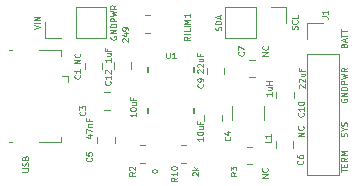
<source format=gbr>
%TF.GenerationSoftware,KiCad,Pcbnew,(6.0.11)*%
%TF.CreationDate,2023-10-05T10:27:59-03:00*%
%TF.ProjectId,gerenciador_de_bateria_2.0,67657265-6e63-4696-9164-6f725f64655f,rev?*%
%TF.SameCoordinates,Original*%
%TF.FileFunction,Legend,Top*%
%TF.FilePolarity,Positive*%
%FSLAX46Y46*%
G04 Gerber Fmt 4.6, Leading zero omitted, Abs format (unit mm)*
G04 Created by KiCad (PCBNEW (6.0.11)) date 2023-10-05 10:27:59*
%MOMM*%
%LPD*%
G01*
G04 APERTURE LIST*
%ADD10C,0.100000*%
%ADD11C,0.152400*%
%ADD12C,0.120000*%
G04 APERTURE END LIST*
D10*
%TO.C,U1*%
X119219047Y-119426190D02*
X119219047Y-119830952D01*
X119242857Y-119878571D01*
X119266666Y-119902380D01*
X119314285Y-119926190D01*
X119409523Y-119926190D01*
X119457142Y-119902380D01*
X119480952Y-119878571D01*
X119504761Y-119830952D01*
X119504761Y-119426190D01*
X120004761Y-119926190D02*
X119719047Y-119926190D01*
X119861904Y-119926190D02*
X119861904Y-119426190D01*
X119814285Y-119497619D01*
X119766666Y-119545238D01*
X119719047Y-119569047D01*
%TO.C,C5*%
X112888571Y-128333333D02*
X112912380Y-128357142D01*
X112936190Y-128428571D01*
X112936190Y-128476190D01*
X112912380Y-128547619D01*
X112864761Y-128595238D01*
X112817142Y-128619047D01*
X112721904Y-128642857D01*
X112650476Y-128642857D01*
X112555238Y-128619047D01*
X112507619Y-128595238D01*
X112460000Y-128547619D01*
X112436190Y-128476190D01*
X112436190Y-128428571D01*
X112460000Y-128357142D01*
X112483809Y-128333333D01*
X112436190Y-127880952D02*
X112436190Y-128119047D01*
X112674285Y-128142857D01*
X112650476Y-128119047D01*
X112626666Y-128071428D01*
X112626666Y-127952380D01*
X112650476Y-127904761D01*
X112674285Y-127880952D01*
X112721904Y-127857142D01*
X112840952Y-127857142D01*
X112888571Y-127880952D01*
X112912380Y-127904761D01*
X112936190Y-127952380D01*
X112936190Y-128071428D01*
X112912380Y-128119047D01*
X112888571Y-128142857D01*
X112602857Y-126423333D02*
X112936190Y-126423333D01*
X112412380Y-126542380D02*
X112769523Y-126661428D01*
X112769523Y-126351904D01*
X112436190Y-126209047D02*
X112436190Y-125875714D01*
X112936190Y-126090000D01*
X112602857Y-125685238D02*
X112936190Y-125685238D01*
X112650476Y-125685238D02*
X112626666Y-125661428D01*
X112602857Y-125613809D01*
X112602857Y-125542380D01*
X112626666Y-125494761D01*
X112674285Y-125470952D01*
X112936190Y-125470952D01*
X112674285Y-125066190D02*
X112674285Y-125232857D01*
X112936190Y-125232857D02*
X112436190Y-125232857D01*
X112436190Y-124994761D01*
%TO.C,R2*%
X116576190Y-129553333D02*
X116338095Y-129720000D01*
X116576190Y-129839047D02*
X116076190Y-129839047D01*
X116076190Y-129648571D01*
X116100000Y-129600952D01*
X116123809Y-129577142D01*
X116171428Y-129553333D01*
X116242857Y-129553333D01*
X116290476Y-129577142D01*
X116314285Y-129600952D01*
X116338095Y-129648571D01*
X116338095Y-129839047D01*
X116123809Y-129362857D02*
X116100000Y-129339047D01*
X116076190Y-129291428D01*
X116076190Y-129172380D01*
X116100000Y-129124761D01*
X116123809Y-129100952D01*
X116171428Y-129077142D01*
X116219047Y-129077142D01*
X116290476Y-129100952D01*
X116576190Y-129386666D01*
X116576190Y-129077142D01*
X118473809Y-129426190D02*
X118473809Y-129473809D01*
X118450000Y-129521428D01*
X118426190Y-129545238D01*
X118378571Y-129569047D01*
X118283333Y-129592857D01*
X118164285Y-129592857D01*
X118069047Y-129569047D01*
X118021428Y-129545238D01*
X117997619Y-129521428D01*
X117973809Y-129473809D01*
X117973809Y-129426190D01*
X117997619Y-129378571D01*
X118021428Y-129354761D01*
X118069047Y-129330952D01*
X118164285Y-129307142D01*
X118283333Y-129307142D01*
X118378571Y-129330952D01*
X118426190Y-129354761D01*
X118450000Y-129378571D01*
X118473809Y-129426190D01*
%TO.C,J1*%
X132378590Y-116366666D02*
X132735733Y-116366666D01*
X132807161Y-116390476D01*
X132854780Y-116438095D01*
X132878590Y-116509523D01*
X132878590Y-116557142D01*
X132878590Y-115866666D02*
X132878590Y-116152380D01*
X132878590Y-116009523D02*
X132378590Y-116009523D01*
X132450019Y-116057142D01*
X132497638Y-116104761D01*
X132521447Y-116152380D01*
X134492380Y-126525238D02*
X134516190Y-126453809D01*
X134516190Y-126334761D01*
X134492380Y-126287142D01*
X134468571Y-126263333D01*
X134420952Y-126239523D01*
X134373333Y-126239523D01*
X134325714Y-126263333D01*
X134301904Y-126287142D01*
X134278095Y-126334761D01*
X134254285Y-126430000D01*
X134230476Y-126477619D01*
X134206666Y-126501428D01*
X134159047Y-126525238D01*
X134111428Y-126525238D01*
X134063809Y-126501428D01*
X134040000Y-126477619D01*
X134016190Y-126430000D01*
X134016190Y-126310952D01*
X134040000Y-126239523D01*
X134278095Y-125930000D02*
X134516190Y-125930000D01*
X134016190Y-126096666D02*
X134278095Y-125930000D01*
X134016190Y-125763333D01*
X134492380Y-125620476D02*
X134516190Y-125549047D01*
X134516190Y-125430000D01*
X134492380Y-125382380D01*
X134468571Y-125358571D01*
X134420952Y-125334761D01*
X134373333Y-125334761D01*
X134325714Y-125358571D01*
X134301904Y-125382380D01*
X134278095Y-125430000D01*
X134254285Y-125525238D01*
X134230476Y-125572857D01*
X134206666Y-125596666D01*
X134159047Y-125620476D01*
X134111428Y-125620476D01*
X134063809Y-125596666D01*
X134040000Y-125572857D01*
X134016190Y-125525238D01*
X134016190Y-125406190D01*
X134040000Y-125334761D01*
X134040000Y-123346666D02*
X134016190Y-123394285D01*
X134016190Y-123465714D01*
X134040000Y-123537142D01*
X134087619Y-123584761D01*
X134135238Y-123608571D01*
X134230476Y-123632380D01*
X134301904Y-123632380D01*
X134397142Y-123608571D01*
X134444761Y-123584761D01*
X134492380Y-123537142D01*
X134516190Y-123465714D01*
X134516190Y-123418095D01*
X134492380Y-123346666D01*
X134468571Y-123322857D01*
X134301904Y-123322857D01*
X134301904Y-123418095D01*
X134516190Y-123108571D02*
X134016190Y-123108571D01*
X134516190Y-122822857D01*
X134016190Y-122822857D01*
X134516190Y-122584761D02*
X134016190Y-122584761D01*
X134016190Y-122465714D01*
X134040000Y-122394285D01*
X134087619Y-122346666D01*
X134135238Y-122322857D01*
X134230476Y-122299047D01*
X134301904Y-122299047D01*
X134397142Y-122322857D01*
X134444761Y-122346666D01*
X134492380Y-122394285D01*
X134516190Y-122465714D01*
X134516190Y-122584761D01*
X134516190Y-122084761D02*
X134016190Y-122084761D01*
X134016190Y-121894285D01*
X134040000Y-121846666D01*
X134063809Y-121822857D01*
X134111428Y-121799047D01*
X134182857Y-121799047D01*
X134230476Y-121822857D01*
X134254285Y-121846666D01*
X134278095Y-121894285D01*
X134278095Y-122084761D01*
X134016190Y-121632380D02*
X134516190Y-121513333D01*
X134159047Y-121418095D01*
X134516190Y-121322857D01*
X134016190Y-121203809D01*
X134516190Y-120727619D02*
X134278095Y-120894285D01*
X134516190Y-121013333D02*
X134016190Y-121013333D01*
X134016190Y-120822857D01*
X134040000Y-120775238D01*
X134063809Y-120751428D01*
X134111428Y-120727619D01*
X134182857Y-120727619D01*
X134230476Y-120751428D01*
X134254285Y-120775238D01*
X134278095Y-120822857D01*
X134278095Y-121013333D01*
X134254285Y-118819523D02*
X134278095Y-118748095D01*
X134301904Y-118724285D01*
X134349523Y-118700476D01*
X134420952Y-118700476D01*
X134468571Y-118724285D01*
X134492380Y-118748095D01*
X134516190Y-118795714D01*
X134516190Y-118986190D01*
X134016190Y-118986190D01*
X134016190Y-118819523D01*
X134040000Y-118771904D01*
X134063809Y-118748095D01*
X134111428Y-118724285D01*
X134159047Y-118724285D01*
X134206666Y-118748095D01*
X134230476Y-118771904D01*
X134254285Y-118819523D01*
X134254285Y-118986190D01*
X134373333Y-118510000D02*
X134373333Y-118271904D01*
X134516190Y-118557619D02*
X134016190Y-118390952D01*
X134516190Y-118224285D01*
X134016190Y-118129047D02*
X134016190Y-117843333D01*
X134516190Y-117986190D02*
X134016190Y-117986190D01*
X134016190Y-117748095D02*
X134016190Y-117462380D01*
X134516190Y-117605238D02*
X134016190Y-117605238D01*
X134016190Y-129524761D02*
X134016190Y-129239047D01*
X134516190Y-129381904D02*
X134016190Y-129381904D01*
X134254285Y-129072380D02*
X134254285Y-128905714D01*
X134516190Y-128834285D02*
X134516190Y-129072380D01*
X134016190Y-129072380D01*
X134016190Y-128834285D01*
X134516190Y-128334285D02*
X134278095Y-128500952D01*
X134516190Y-128620000D02*
X134016190Y-128620000D01*
X134016190Y-128429523D01*
X134040000Y-128381904D01*
X134063809Y-128358095D01*
X134111428Y-128334285D01*
X134182857Y-128334285D01*
X134230476Y-128358095D01*
X134254285Y-128381904D01*
X134278095Y-128429523D01*
X134278095Y-128620000D01*
X134516190Y-128120000D02*
X134016190Y-128120000D01*
X134373333Y-127953333D01*
X134016190Y-127786666D01*
X134516190Y-127786666D01*
%TO.C,C9*%
X122308571Y-122073333D02*
X122332380Y-122097142D01*
X122356190Y-122168571D01*
X122356190Y-122216190D01*
X122332380Y-122287619D01*
X122284761Y-122335238D01*
X122237142Y-122359047D01*
X122141904Y-122382857D01*
X122070476Y-122382857D01*
X121975238Y-122359047D01*
X121927619Y-122335238D01*
X121880000Y-122287619D01*
X121856190Y-122216190D01*
X121856190Y-122168571D01*
X121880000Y-122097142D01*
X121903809Y-122073333D01*
X122356190Y-121835238D02*
X122356190Y-121740000D01*
X122332380Y-121692380D01*
X122308571Y-121668571D01*
X122237142Y-121620952D01*
X122141904Y-121597142D01*
X121951428Y-121597142D01*
X121903809Y-121620952D01*
X121880000Y-121644761D01*
X121856190Y-121692380D01*
X121856190Y-121787619D01*
X121880000Y-121835238D01*
X121903809Y-121859047D01*
X121951428Y-121882857D01*
X122070476Y-121882857D01*
X122118095Y-121859047D01*
X122141904Y-121835238D01*
X122165714Y-121787619D01*
X122165714Y-121692380D01*
X122141904Y-121644761D01*
X122118095Y-121620952D01*
X122070476Y-121597142D01*
X121903809Y-121131428D02*
X121880000Y-121107619D01*
X121856190Y-121060000D01*
X121856190Y-120940952D01*
X121880000Y-120893333D01*
X121903809Y-120869523D01*
X121951428Y-120845714D01*
X121999047Y-120845714D01*
X122070476Y-120869523D01*
X122356190Y-121155238D01*
X122356190Y-120845714D01*
X121903809Y-120655238D02*
X121880000Y-120631428D01*
X121856190Y-120583809D01*
X121856190Y-120464761D01*
X121880000Y-120417142D01*
X121903809Y-120393333D01*
X121951428Y-120369523D01*
X121999047Y-120369523D01*
X122070476Y-120393333D01*
X122356190Y-120679047D01*
X122356190Y-120369523D01*
X122022857Y-119940952D02*
X122356190Y-119940952D01*
X122022857Y-120155238D02*
X122284761Y-120155238D01*
X122332380Y-120131428D01*
X122356190Y-120083809D01*
X122356190Y-120012380D01*
X122332380Y-119964761D01*
X122308571Y-119940952D01*
X122094285Y-119536190D02*
X122094285Y-119702857D01*
X122356190Y-119702857D02*
X121856190Y-119702857D01*
X121856190Y-119464761D01*
%TO.C,USB*%
X107046190Y-129500952D02*
X107450952Y-129500952D01*
X107498571Y-129477142D01*
X107522380Y-129453333D01*
X107546190Y-129405714D01*
X107546190Y-129310476D01*
X107522380Y-129262857D01*
X107498571Y-129239047D01*
X107450952Y-129215238D01*
X107046190Y-129215238D01*
X107522380Y-129000952D02*
X107546190Y-128929523D01*
X107546190Y-128810476D01*
X107522380Y-128762857D01*
X107498571Y-128739047D01*
X107450952Y-128715238D01*
X107403333Y-128715238D01*
X107355714Y-128739047D01*
X107331904Y-128762857D01*
X107308095Y-128810476D01*
X107284285Y-128905714D01*
X107260476Y-128953333D01*
X107236666Y-128977142D01*
X107189047Y-129000952D01*
X107141428Y-129000952D01*
X107093809Y-128977142D01*
X107070000Y-128953333D01*
X107046190Y-128905714D01*
X107046190Y-128786666D01*
X107070000Y-128715238D01*
X107284285Y-128334285D02*
X107308095Y-128262857D01*
X107331904Y-128239047D01*
X107379523Y-128215238D01*
X107450952Y-128215238D01*
X107498571Y-128239047D01*
X107522380Y-128262857D01*
X107546190Y-128310476D01*
X107546190Y-128500952D01*
X107046190Y-128500952D01*
X107046190Y-128334285D01*
X107070000Y-128286666D01*
X107093809Y-128262857D01*
X107141428Y-128239047D01*
X107189047Y-128239047D01*
X107236666Y-128262857D01*
X107260476Y-128286666D01*
X107284285Y-128334285D01*
X107284285Y-128500952D01*
%TO.C,C7*%
X125758571Y-119373333D02*
X125782380Y-119397142D01*
X125806190Y-119468571D01*
X125806190Y-119516190D01*
X125782380Y-119587619D01*
X125734761Y-119635238D01*
X125687142Y-119659047D01*
X125591904Y-119682857D01*
X125520476Y-119682857D01*
X125425238Y-119659047D01*
X125377619Y-119635238D01*
X125330000Y-119587619D01*
X125306190Y-119516190D01*
X125306190Y-119468571D01*
X125330000Y-119397142D01*
X125353809Y-119373333D01*
X125306190Y-119206666D02*
X125306190Y-118873333D01*
X125806190Y-119087619D01*
X127866190Y-119682857D02*
X127366190Y-119682857D01*
X127866190Y-119397142D01*
X127366190Y-119397142D01*
X127818571Y-118873333D02*
X127842380Y-118897142D01*
X127866190Y-118968571D01*
X127866190Y-119016190D01*
X127842380Y-119087619D01*
X127794761Y-119135238D01*
X127747142Y-119159047D01*
X127651904Y-119182857D01*
X127580476Y-119182857D01*
X127485238Y-119159047D01*
X127437619Y-119135238D01*
X127390000Y-119087619D01*
X127366190Y-119016190D01*
X127366190Y-118968571D01*
X127390000Y-118897142D01*
X127413809Y-118873333D01*
%TO.C,C12*%
X114458571Y-121851428D02*
X114482380Y-121875238D01*
X114506190Y-121946666D01*
X114506190Y-121994285D01*
X114482380Y-122065714D01*
X114434761Y-122113333D01*
X114387142Y-122137142D01*
X114291904Y-122160952D01*
X114220476Y-122160952D01*
X114125238Y-122137142D01*
X114077619Y-122113333D01*
X114030000Y-122065714D01*
X114006190Y-121994285D01*
X114006190Y-121946666D01*
X114030000Y-121875238D01*
X114053809Y-121851428D01*
X114506190Y-121375238D02*
X114506190Y-121660952D01*
X114506190Y-121518095D02*
X114006190Y-121518095D01*
X114077619Y-121565714D01*
X114125238Y-121613333D01*
X114149047Y-121660952D01*
X114053809Y-121184761D02*
X114030000Y-121160952D01*
X114006190Y-121113333D01*
X114006190Y-120994285D01*
X114030000Y-120946666D01*
X114053809Y-120922857D01*
X114101428Y-120899047D01*
X114149047Y-120899047D01*
X114220476Y-120922857D01*
X114506190Y-121208571D01*
X114506190Y-120899047D01*
X114506190Y-119917619D02*
X114506190Y-120203333D01*
X114506190Y-120060476D02*
X114006190Y-120060476D01*
X114077619Y-120108095D01*
X114125238Y-120155714D01*
X114149047Y-120203333D01*
X114172857Y-119489047D02*
X114506190Y-119489047D01*
X114172857Y-119703333D02*
X114434761Y-119703333D01*
X114482380Y-119679523D01*
X114506190Y-119631904D01*
X114506190Y-119560476D01*
X114482380Y-119512857D01*
X114458571Y-119489047D01*
X114244285Y-119084285D02*
X114244285Y-119250952D01*
X114506190Y-119250952D02*
X114006190Y-119250952D01*
X114006190Y-119012857D01*
%TO.C,C3*%
X112308571Y-124423333D02*
X112332380Y-124447142D01*
X112356190Y-124518571D01*
X112356190Y-124566190D01*
X112332380Y-124637619D01*
X112284761Y-124685238D01*
X112237142Y-124709047D01*
X112141904Y-124732857D01*
X112070476Y-124732857D01*
X111975238Y-124709047D01*
X111927619Y-124685238D01*
X111880000Y-124637619D01*
X111856190Y-124566190D01*
X111856190Y-124518571D01*
X111880000Y-124447142D01*
X111903809Y-124423333D01*
X111856190Y-124256666D02*
X111856190Y-123947142D01*
X112046666Y-124113809D01*
X112046666Y-124042380D01*
X112070476Y-123994761D01*
X112094285Y-123970952D01*
X112141904Y-123947142D01*
X112260952Y-123947142D01*
X112308571Y-123970952D01*
X112332380Y-123994761D01*
X112356190Y-124042380D01*
X112356190Y-124185238D01*
X112332380Y-124232857D01*
X112308571Y-124256666D01*
X116656190Y-124545714D02*
X116656190Y-124831428D01*
X116656190Y-124688571D02*
X116156190Y-124688571D01*
X116227619Y-124736190D01*
X116275238Y-124783809D01*
X116299047Y-124831428D01*
X116156190Y-124236190D02*
X116156190Y-124188571D01*
X116180000Y-124140952D01*
X116203809Y-124117142D01*
X116251428Y-124093333D01*
X116346666Y-124069523D01*
X116465714Y-124069523D01*
X116560952Y-124093333D01*
X116608571Y-124117142D01*
X116632380Y-124140952D01*
X116656190Y-124188571D01*
X116656190Y-124236190D01*
X116632380Y-124283809D01*
X116608571Y-124307619D01*
X116560952Y-124331428D01*
X116465714Y-124355238D01*
X116346666Y-124355238D01*
X116251428Y-124331428D01*
X116203809Y-124307619D01*
X116180000Y-124283809D01*
X116156190Y-124236190D01*
X116322857Y-123640952D02*
X116656190Y-123640952D01*
X116322857Y-123855238D02*
X116584761Y-123855238D01*
X116632380Y-123831428D01*
X116656190Y-123783809D01*
X116656190Y-123712380D01*
X116632380Y-123664761D01*
X116608571Y-123640952D01*
X116394285Y-123236190D02*
X116394285Y-123402857D01*
X116656190Y-123402857D02*
X116156190Y-123402857D01*
X116156190Y-123164761D01*
%TO.C,GNDPWR*%
X114519000Y-118042666D02*
X114495190Y-118090285D01*
X114495190Y-118161714D01*
X114519000Y-118233142D01*
X114566619Y-118280761D01*
X114614238Y-118304571D01*
X114709476Y-118328380D01*
X114780904Y-118328380D01*
X114876142Y-118304571D01*
X114923761Y-118280761D01*
X114971380Y-118233142D01*
X114995190Y-118161714D01*
X114995190Y-118114095D01*
X114971380Y-118042666D01*
X114947571Y-118018857D01*
X114780904Y-118018857D01*
X114780904Y-118114095D01*
X114995190Y-117804571D02*
X114495190Y-117804571D01*
X114995190Y-117518857D01*
X114495190Y-117518857D01*
X114995190Y-117280761D02*
X114495190Y-117280761D01*
X114495190Y-117161714D01*
X114519000Y-117090285D01*
X114566619Y-117042666D01*
X114614238Y-117018857D01*
X114709476Y-116995047D01*
X114780904Y-116995047D01*
X114876142Y-117018857D01*
X114923761Y-117042666D01*
X114971380Y-117090285D01*
X114995190Y-117161714D01*
X114995190Y-117280761D01*
X114995190Y-116780761D02*
X114495190Y-116780761D01*
X114495190Y-116590285D01*
X114519000Y-116542666D01*
X114542809Y-116518857D01*
X114590428Y-116495047D01*
X114661857Y-116495047D01*
X114709476Y-116518857D01*
X114733285Y-116542666D01*
X114757095Y-116590285D01*
X114757095Y-116780761D01*
X114495190Y-116328380D02*
X114995190Y-116209333D01*
X114638047Y-116114095D01*
X114995190Y-116018857D01*
X114495190Y-115899809D01*
X114995190Y-115423619D02*
X114757095Y-115590285D01*
X114995190Y-115709333D02*
X114495190Y-115709333D01*
X114495190Y-115518857D01*
X114519000Y-115471238D01*
X114542809Y-115447428D01*
X114590428Y-115423619D01*
X114661857Y-115423619D01*
X114709476Y-115447428D01*
X114733285Y-115471238D01*
X114757095Y-115518857D01*
X114757095Y-115709333D01*
X108025190Y-117423619D02*
X108525190Y-117256952D01*
X108025190Y-117090285D01*
X108525190Y-116923619D02*
X108025190Y-116923619D01*
X108525190Y-116685523D02*
X108025190Y-116685523D01*
X108525190Y-116399809D01*
X108025190Y-116399809D01*
%TO.C,R3*%
X125166190Y-129563333D02*
X124928095Y-129730000D01*
X125166190Y-129849047D02*
X124666190Y-129849047D01*
X124666190Y-129658571D01*
X124690000Y-129610952D01*
X124713809Y-129587142D01*
X124761428Y-129563333D01*
X124832857Y-129563333D01*
X124880476Y-129587142D01*
X124904285Y-129610952D01*
X124928095Y-129658571D01*
X124928095Y-129849047D01*
X124666190Y-129396666D02*
X124666190Y-129087142D01*
X124856666Y-129253809D01*
X124856666Y-129182380D01*
X124880476Y-129134761D01*
X124904285Y-129110952D01*
X124951904Y-129087142D01*
X125070952Y-129087142D01*
X125118571Y-129110952D01*
X125142380Y-129134761D01*
X125166190Y-129182380D01*
X125166190Y-129325238D01*
X125142380Y-129372857D01*
X125118571Y-129396666D01*
X127806190Y-130022857D02*
X127306190Y-130022857D01*
X127806190Y-129737142D01*
X127306190Y-129737142D01*
X127758571Y-129213333D02*
X127782380Y-129237142D01*
X127806190Y-129308571D01*
X127806190Y-129356190D01*
X127782380Y-129427619D01*
X127734761Y-129475238D01*
X127687142Y-129499047D01*
X127591904Y-129522857D01*
X127520476Y-129522857D01*
X127425238Y-129499047D01*
X127377619Y-129475238D01*
X127330000Y-129427619D01*
X127306190Y-129356190D01*
X127306190Y-129308571D01*
X127330000Y-129237142D01*
X127353809Y-129213333D01*
%TO.C,C10*%
X130818571Y-124531428D02*
X130842380Y-124555238D01*
X130866190Y-124626666D01*
X130866190Y-124674285D01*
X130842380Y-124745714D01*
X130794761Y-124793333D01*
X130747142Y-124817142D01*
X130651904Y-124840952D01*
X130580476Y-124840952D01*
X130485238Y-124817142D01*
X130437619Y-124793333D01*
X130390000Y-124745714D01*
X130366190Y-124674285D01*
X130366190Y-124626666D01*
X130390000Y-124555238D01*
X130413809Y-124531428D01*
X130866190Y-124055238D02*
X130866190Y-124340952D01*
X130866190Y-124198095D02*
X130366190Y-124198095D01*
X130437619Y-124245714D01*
X130485238Y-124293333D01*
X130509047Y-124340952D01*
X130366190Y-123745714D02*
X130366190Y-123698095D01*
X130390000Y-123650476D01*
X130413809Y-123626666D01*
X130461428Y-123602857D01*
X130556666Y-123579047D01*
X130675714Y-123579047D01*
X130770952Y-123602857D01*
X130818571Y-123626666D01*
X130842380Y-123650476D01*
X130866190Y-123698095D01*
X130866190Y-123745714D01*
X130842380Y-123793333D01*
X130818571Y-123817142D01*
X130770952Y-123840952D01*
X130675714Y-123864761D01*
X130556666Y-123864761D01*
X130461428Y-123840952D01*
X130413809Y-123817142D01*
X130390000Y-123793333D01*
X130366190Y-123745714D01*
X130473809Y-122401428D02*
X130450000Y-122377619D01*
X130426190Y-122330000D01*
X130426190Y-122210952D01*
X130450000Y-122163333D01*
X130473809Y-122139523D01*
X130521428Y-122115714D01*
X130569047Y-122115714D01*
X130640476Y-122139523D01*
X130926190Y-122425238D01*
X130926190Y-122115714D01*
X130473809Y-121925238D02*
X130450000Y-121901428D01*
X130426190Y-121853809D01*
X130426190Y-121734761D01*
X130450000Y-121687142D01*
X130473809Y-121663333D01*
X130521428Y-121639523D01*
X130569047Y-121639523D01*
X130640476Y-121663333D01*
X130926190Y-121949047D01*
X130926190Y-121639523D01*
X130592857Y-121210952D02*
X130926190Y-121210952D01*
X130592857Y-121425238D02*
X130854761Y-121425238D01*
X130902380Y-121401428D01*
X130926190Y-121353809D01*
X130926190Y-121282380D01*
X130902380Y-121234761D01*
X130878571Y-121210952D01*
X130664285Y-120806190D02*
X130664285Y-120972857D01*
X130926190Y-120972857D02*
X130426190Y-120972857D01*
X130426190Y-120734761D01*
%TO.C,L1*%
X128056190Y-126783333D02*
X128056190Y-127021428D01*
X127556190Y-127021428D01*
X128056190Y-126354761D02*
X128056190Y-126640476D01*
X128056190Y-126497619D02*
X127556190Y-126497619D01*
X127627619Y-126545238D01*
X127675238Y-126592857D01*
X127699047Y-126640476D01*
X128146190Y-122805238D02*
X128146190Y-123090952D01*
X128146190Y-122948095D02*
X127646190Y-122948095D01*
X127717619Y-122995714D01*
X127765238Y-123043333D01*
X127789047Y-123090952D01*
X127812857Y-122376666D02*
X128146190Y-122376666D01*
X127812857Y-122590952D02*
X128074761Y-122590952D01*
X128122380Y-122567142D01*
X128146190Y-122519523D01*
X128146190Y-122448095D01*
X128122380Y-122400476D01*
X128098571Y-122376666D01*
X128146190Y-122138571D02*
X127646190Y-122138571D01*
X127884285Y-122138571D02*
X127884285Y-121852857D01*
X128146190Y-121852857D02*
X127646190Y-121852857D01*
%TO.C,C1*%
X111898571Y-121313333D02*
X111922380Y-121337142D01*
X111946190Y-121408571D01*
X111946190Y-121456190D01*
X111922380Y-121527619D01*
X111874761Y-121575238D01*
X111827142Y-121599047D01*
X111731904Y-121622857D01*
X111660476Y-121622857D01*
X111565238Y-121599047D01*
X111517619Y-121575238D01*
X111470000Y-121527619D01*
X111446190Y-121456190D01*
X111446190Y-121408571D01*
X111470000Y-121337142D01*
X111493809Y-121313333D01*
X111946190Y-120837142D02*
X111946190Y-121122857D01*
X111946190Y-120980000D02*
X111446190Y-120980000D01*
X111517619Y-121027619D01*
X111565238Y-121075238D01*
X111589047Y-121122857D01*
X111946190Y-120322857D02*
X111446190Y-120322857D01*
X111946190Y-120037142D01*
X111446190Y-120037142D01*
X111898571Y-119513333D02*
X111922380Y-119537142D01*
X111946190Y-119608571D01*
X111946190Y-119656190D01*
X111922380Y-119727619D01*
X111874761Y-119775238D01*
X111827142Y-119799047D01*
X111731904Y-119822857D01*
X111660476Y-119822857D01*
X111565238Y-119799047D01*
X111517619Y-119775238D01*
X111470000Y-119727619D01*
X111446190Y-119656190D01*
X111446190Y-119608571D01*
X111470000Y-119537142D01*
X111493809Y-119513333D01*
%TO.C,RILIM1*%
X121196190Y-118069523D02*
X120958095Y-118236190D01*
X121196190Y-118355238D02*
X120696190Y-118355238D01*
X120696190Y-118164761D01*
X120720000Y-118117142D01*
X120743809Y-118093333D01*
X120791428Y-118069523D01*
X120862857Y-118069523D01*
X120910476Y-118093333D01*
X120934285Y-118117142D01*
X120958095Y-118164761D01*
X120958095Y-118355238D01*
X121196190Y-117855238D02*
X120696190Y-117855238D01*
X121196190Y-117379047D02*
X121196190Y-117617142D01*
X120696190Y-117617142D01*
X121196190Y-117212380D02*
X120696190Y-117212380D01*
X121196190Y-116974285D02*
X120696190Y-116974285D01*
X121053333Y-116807619D01*
X120696190Y-116640952D01*
X121196190Y-116640952D01*
X121196190Y-116140952D02*
X121196190Y-116426666D01*
X121196190Y-116283809D02*
X120696190Y-116283809D01*
X120767619Y-116331428D01*
X120815238Y-116379047D01*
X120839047Y-116426666D01*
X115523809Y-118509047D02*
X115500000Y-118485238D01*
X115476190Y-118437619D01*
X115476190Y-118318571D01*
X115500000Y-118270952D01*
X115523809Y-118247142D01*
X115571428Y-118223333D01*
X115619047Y-118223333D01*
X115690476Y-118247142D01*
X115976190Y-118532857D01*
X115976190Y-118223333D01*
X115642857Y-117794761D02*
X115976190Y-117794761D01*
X115452380Y-117913809D02*
X115809523Y-118032857D01*
X115809523Y-117723333D01*
X115976190Y-117509047D02*
X115976190Y-117413809D01*
X115952380Y-117366190D01*
X115928571Y-117342380D01*
X115857142Y-117294761D01*
X115761904Y-117270952D01*
X115571428Y-117270952D01*
X115523809Y-117294761D01*
X115500000Y-117318571D01*
X115476190Y-117366190D01*
X115476190Y-117461428D01*
X115500000Y-117509047D01*
X115523809Y-117532857D01*
X115571428Y-117556666D01*
X115690476Y-117556666D01*
X115738095Y-117532857D01*
X115761904Y-117509047D01*
X115785714Y-117461428D01*
X115785714Y-117366190D01*
X115761904Y-117318571D01*
X115738095Y-117294761D01*
X115690476Y-117270952D01*
%TO.C,C4*%
X124608571Y-126553333D02*
X124632380Y-126577142D01*
X124656190Y-126648571D01*
X124656190Y-126696190D01*
X124632380Y-126767619D01*
X124584761Y-126815238D01*
X124537142Y-126839047D01*
X124441904Y-126862857D01*
X124370476Y-126862857D01*
X124275238Y-126839047D01*
X124227619Y-126815238D01*
X124180000Y-126767619D01*
X124156190Y-126696190D01*
X124156190Y-126648571D01*
X124180000Y-126577142D01*
X124203809Y-126553333D01*
X124322857Y-126124761D02*
X124656190Y-126124761D01*
X124132380Y-126243809D02*
X124489523Y-126362857D01*
X124489523Y-126053333D01*
X122326190Y-126585714D02*
X122326190Y-126871428D01*
X122326190Y-126728571D02*
X121826190Y-126728571D01*
X121897619Y-126776190D01*
X121945238Y-126823809D01*
X121969047Y-126871428D01*
X121826190Y-126276190D02*
X121826190Y-126228571D01*
X121850000Y-126180952D01*
X121873809Y-126157142D01*
X121921428Y-126133333D01*
X122016666Y-126109523D01*
X122135714Y-126109523D01*
X122230952Y-126133333D01*
X122278571Y-126157142D01*
X122302380Y-126180952D01*
X122326190Y-126228571D01*
X122326190Y-126276190D01*
X122302380Y-126323809D01*
X122278571Y-126347619D01*
X122230952Y-126371428D01*
X122135714Y-126395238D01*
X122016666Y-126395238D01*
X121921428Y-126371428D01*
X121873809Y-126347619D01*
X121850000Y-126323809D01*
X121826190Y-126276190D01*
X121992857Y-125680952D02*
X122326190Y-125680952D01*
X121992857Y-125895238D02*
X122254761Y-125895238D01*
X122302380Y-125871428D01*
X122326190Y-125823809D01*
X122326190Y-125752380D01*
X122302380Y-125704761D01*
X122278571Y-125680952D01*
X122064285Y-125276190D02*
X122064285Y-125442857D01*
X122326190Y-125442857D02*
X121826190Y-125442857D01*
X121826190Y-125204761D01*
%TO.C,C6*%
X130758571Y-128563333D02*
X130782380Y-128587142D01*
X130806190Y-128658571D01*
X130806190Y-128706190D01*
X130782380Y-128777619D01*
X130734761Y-128825238D01*
X130687142Y-128849047D01*
X130591904Y-128872857D01*
X130520476Y-128872857D01*
X130425238Y-128849047D01*
X130377619Y-128825238D01*
X130330000Y-128777619D01*
X130306190Y-128706190D01*
X130306190Y-128658571D01*
X130330000Y-128587142D01*
X130353809Y-128563333D01*
X130306190Y-128134761D02*
X130306190Y-128230000D01*
X130330000Y-128277619D01*
X130353809Y-128301428D01*
X130425238Y-128349047D01*
X130520476Y-128372857D01*
X130710952Y-128372857D01*
X130758571Y-128349047D01*
X130782380Y-128325238D01*
X130806190Y-128277619D01*
X130806190Y-128182380D01*
X130782380Y-128134761D01*
X130758571Y-128110952D01*
X130710952Y-128087142D01*
X130591904Y-128087142D01*
X130544285Y-128110952D01*
X130520476Y-128134761D01*
X130496666Y-128182380D01*
X130496666Y-128277619D01*
X130520476Y-128325238D01*
X130544285Y-128349047D01*
X130591904Y-128372857D01*
X130846190Y-126482857D02*
X130346190Y-126482857D01*
X130846190Y-126197142D01*
X130346190Y-126197142D01*
X130798571Y-125673333D02*
X130822380Y-125697142D01*
X130846190Y-125768571D01*
X130846190Y-125816190D01*
X130822380Y-125887619D01*
X130774761Y-125935238D01*
X130727142Y-125959047D01*
X130631904Y-125982857D01*
X130560476Y-125982857D01*
X130465238Y-125959047D01*
X130417619Y-125935238D01*
X130370000Y-125887619D01*
X130346190Y-125816190D01*
X130346190Y-125768571D01*
X130370000Y-125697142D01*
X130393809Y-125673333D01*
%TO.C,SDA*%
X123849180Y-117516742D02*
X123872990Y-117445314D01*
X123872990Y-117326266D01*
X123849180Y-117278647D01*
X123825371Y-117254838D01*
X123777752Y-117231028D01*
X123730133Y-117231028D01*
X123682514Y-117254838D01*
X123658704Y-117278647D01*
X123634895Y-117326266D01*
X123611085Y-117421504D01*
X123587276Y-117469123D01*
X123563466Y-117492933D01*
X123515847Y-117516742D01*
X123468228Y-117516742D01*
X123420609Y-117492933D01*
X123396800Y-117469123D01*
X123372990Y-117421504D01*
X123372990Y-117302457D01*
X123396800Y-117231028D01*
X123872990Y-117016742D02*
X123372990Y-117016742D01*
X123372990Y-116897695D01*
X123396800Y-116826266D01*
X123444419Y-116778647D01*
X123492038Y-116754838D01*
X123587276Y-116731028D01*
X123658704Y-116731028D01*
X123753942Y-116754838D01*
X123801561Y-116778647D01*
X123849180Y-116826266D01*
X123872990Y-116897695D01*
X123872990Y-117016742D01*
X123730133Y-116540552D02*
X123730133Y-116302457D01*
X123872990Y-116588171D02*
X123372990Y-116421504D01*
X123872990Y-116254838D01*
X130309180Y-117464838D02*
X130332990Y-117393409D01*
X130332990Y-117274361D01*
X130309180Y-117226742D01*
X130285371Y-117202933D01*
X130237752Y-117179123D01*
X130190133Y-117179123D01*
X130142514Y-117202933D01*
X130118704Y-117226742D01*
X130094895Y-117274361D01*
X130071085Y-117369600D01*
X130047276Y-117417219D01*
X130023466Y-117441028D01*
X129975847Y-117464838D01*
X129928228Y-117464838D01*
X129880609Y-117441028D01*
X129856800Y-117417219D01*
X129832990Y-117369600D01*
X129832990Y-117250552D01*
X129856800Y-117179123D01*
X130285371Y-116679123D02*
X130309180Y-116702933D01*
X130332990Y-116774361D01*
X130332990Y-116821980D01*
X130309180Y-116893409D01*
X130261561Y-116941028D01*
X130213942Y-116964838D01*
X130118704Y-116988647D01*
X130047276Y-116988647D01*
X129952038Y-116964838D01*
X129904419Y-116941028D01*
X129856800Y-116893409D01*
X129832990Y-116821980D01*
X129832990Y-116774361D01*
X129856800Y-116702933D01*
X129880609Y-116679123D01*
X130332990Y-116226742D02*
X130332990Y-116464838D01*
X129832990Y-116464838D01*
%TO.C,R10*%
X120136190Y-130011428D02*
X119898095Y-130178095D01*
X120136190Y-130297142D02*
X119636190Y-130297142D01*
X119636190Y-130106666D01*
X119660000Y-130059047D01*
X119683809Y-130035238D01*
X119731428Y-130011428D01*
X119802857Y-130011428D01*
X119850476Y-130035238D01*
X119874285Y-130059047D01*
X119898095Y-130106666D01*
X119898095Y-130297142D01*
X120136190Y-129535238D02*
X120136190Y-129820952D01*
X120136190Y-129678095D02*
X119636190Y-129678095D01*
X119707619Y-129725714D01*
X119755238Y-129773333D01*
X119779047Y-129820952D01*
X119636190Y-129225714D02*
X119636190Y-129178095D01*
X119660000Y-129130476D01*
X119683809Y-129106666D01*
X119731428Y-129082857D01*
X119826666Y-129059047D01*
X119945714Y-129059047D01*
X120040952Y-129082857D01*
X120088571Y-129106666D01*
X120112380Y-129130476D01*
X120136190Y-129178095D01*
X120136190Y-129225714D01*
X120112380Y-129273333D01*
X120088571Y-129297142D01*
X120040952Y-129320952D01*
X119945714Y-129344761D01*
X119826666Y-129344761D01*
X119731428Y-129320952D01*
X119683809Y-129297142D01*
X119660000Y-129273333D01*
X119636190Y-129225714D01*
X121473809Y-129825238D02*
X121450000Y-129801428D01*
X121426190Y-129753809D01*
X121426190Y-129634761D01*
X121450000Y-129587142D01*
X121473809Y-129563333D01*
X121521428Y-129539523D01*
X121569047Y-129539523D01*
X121640476Y-129563333D01*
X121926190Y-129849047D01*
X121926190Y-129539523D01*
X121926190Y-129325238D02*
X121426190Y-129325238D01*
X121735714Y-129277619D02*
X121926190Y-129134761D01*
X121592857Y-129134761D02*
X121783333Y-129325238D01*
D11*
%TO.C,U1*%
X121530400Y-124157742D02*
X121530400Y-124530400D01*
X121530400Y-120669600D02*
X121530400Y-121042256D01*
X117669600Y-124530400D02*
X117669600Y-124157739D01*
X117669600Y-121042258D02*
X117669600Y-120669600D01*
D12*
%TO.C,C5*%
X113385000Y-127111252D02*
X113385000Y-126588748D01*
X114855000Y-127111252D02*
X114855000Y-126588748D01*
%TO.C,R2*%
X117422664Y-127281000D02*
X116968536Y-127281000D01*
X117422664Y-128751000D02*
X116968536Y-128751000D01*
%TO.C,J1*%
X133830000Y-119537400D02*
X133830000Y-129757400D01*
X131170000Y-119537400D02*
X131170000Y-129757400D01*
X131170000Y-118267400D02*
X131170000Y-116937400D01*
X131170000Y-116937400D02*
X132500000Y-116937400D01*
X131170000Y-129757400D02*
X133830000Y-129757400D01*
X131170000Y-119537400D02*
X133830000Y-119537400D01*
%TO.C,C9*%
X124105000Y-120748748D02*
X124105000Y-121271252D01*
X122635000Y-120748748D02*
X122635000Y-121271252D01*
%TO.C,USB*%
X105922100Y-119233600D02*
X106172100Y-119233600D01*
X108472100Y-119233600D02*
X110322100Y-119233600D01*
X110322100Y-119233600D02*
X110322100Y-119683600D01*
X105922100Y-127033600D02*
X106172100Y-127033600D01*
X110872100Y-121433600D02*
X110422100Y-121433600D01*
X110322100Y-127033600D02*
X110322100Y-126583600D01*
X110872100Y-121433600D02*
X110872100Y-121883600D01*
X108472100Y-127033600D02*
X110322100Y-127033600D01*
%TO.C,C7*%
X126218748Y-120015000D02*
X126741252Y-120015000D01*
X126218748Y-121485000D02*
X126741252Y-121485000D01*
%TO.C,C12*%
X114795000Y-120781252D02*
X114795000Y-120258748D01*
X116265000Y-120781252D02*
X116265000Y-120258748D01*
%TO.C,C3*%
X114431252Y-122795000D02*
X113908748Y-122795000D01*
X114431252Y-124265000D02*
X113908748Y-124265000D01*
%TO.C,GNDPWR*%
X111550000Y-115540000D02*
X114150000Y-115540000D01*
X111550000Y-118200000D02*
X111550000Y-115540000D01*
X108950000Y-118200000D02*
X108950000Y-116870000D01*
X110280000Y-118200000D02*
X108950000Y-118200000D01*
X111550000Y-118200000D02*
X114150000Y-118200000D01*
X114150000Y-118200000D02*
X114150000Y-115540000D01*
%TO.C,R3*%
X126061736Y-127382600D02*
X126515864Y-127382600D01*
X126061736Y-128852600D02*
X126515864Y-128852600D01*
%TO.C,C10*%
X130005000Y-123251252D02*
X130005000Y-122728748D01*
X128535000Y-123251252D02*
X128535000Y-122728748D01*
%TO.C,L1*%
X124780000Y-125122064D02*
X124780000Y-123917936D01*
X127500000Y-125122064D02*
X127500000Y-123917936D01*
%TO.C,C1*%
X113795000Y-120801252D02*
X113795000Y-120278748D01*
X112325000Y-120801252D02*
X112325000Y-120278748D01*
%TO.C,RILIM1*%
X117857064Y-117735000D02*
X117402936Y-117735000D01*
X117857064Y-116265000D02*
X117402936Y-116265000D01*
%TO.C,C4*%
X122455000Y-125229252D02*
X122455000Y-124706748D01*
X123925000Y-125229252D02*
X123925000Y-124706748D01*
%TO.C,C6*%
X129970200Y-127464452D02*
X129970200Y-126941948D01*
X128500200Y-127464452D02*
X128500200Y-126941948D01*
%TO.C,SDA*%
X129390000Y-115550000D02*
X129390000Y-116880000D01*
X126790000Y-118210000D02*
X124190000Y-118210000D01*
X126790000Y-115550000D02*
X126790000Y-118210000D01*
X128060000Y-115550000D02*
X129390000Y-115550000D01*
X126790000Y-115550000D02*
X124190000Y-115550000D01*
X124190000Y-115550000D02*
X124190000Y-118210000D01*
%TO.C,R10*%
X120927864Y-128751000D02*
X120473736Y-128751000D01*
X120927864Y-127281000D02*
X120473736Y-127281000D01*
%TD*%
M02*

</source>
